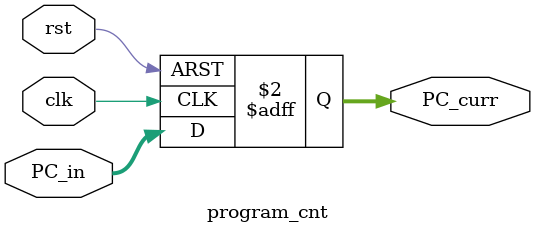
<source format=v>
`timescale 1ns / 1ps

/*
/////////////////////////////////////////////
//// COA LAB Assignment 6                ////
//// Group Number 23                     ////
//// Ashwani Kumar Kamal (20CS10011)     ////
//// Astitva (20CS30007)                 ////
/////////////////////////////////////////////
*/

// program counter module

module program_cnt(
    input clk,
    input rst,
    input [31:0] PC_in,
    output reg [31:0] PC_curr
    );
        
    always @(posedge clk or posedge rst)
    begin
        if(rst)
        begin
            PC_curr <= 32'd0;
        end
        else
        begin
            PC_curr <= PC_in;
        end
    end
endmodule 
</source>
